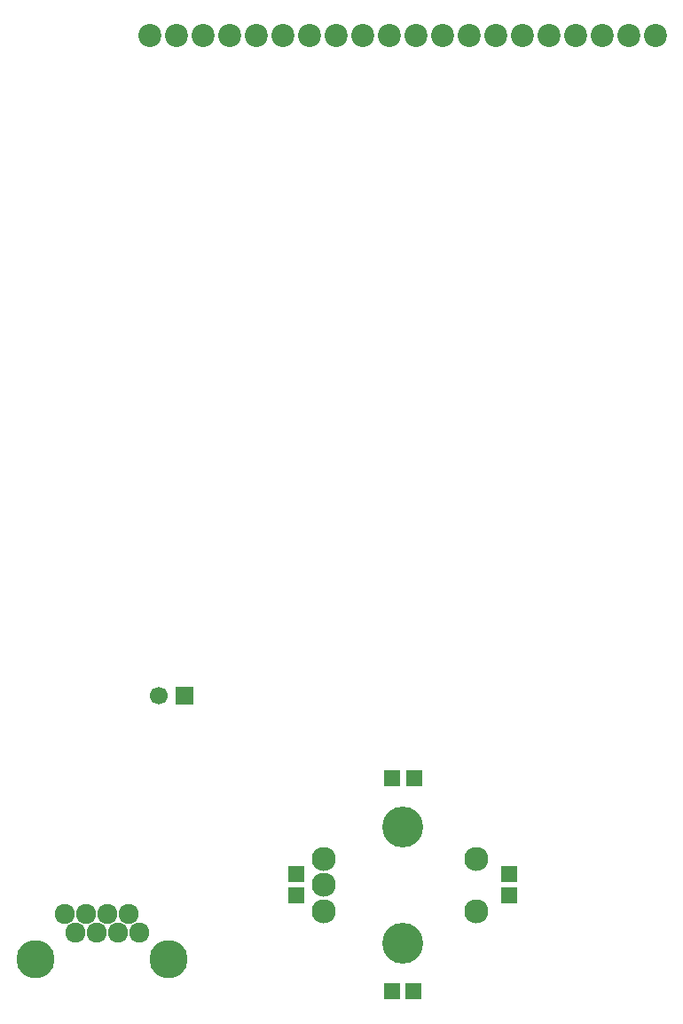
<source format=gbr>
G04 #@! TF.FileFunction,Soldermask,Bot*
%FSLAX46Y46*%
G04 Gerber Fmt 4.6, Leading zero omitted, Abs format (unit mm)*
G04 Created by KiCad (PCBNEW 4.0.2+dfsg1-stable) date Mon 11 Jun 2018 12:13:27 PM EDT*
%MOMM*%
G01*
G04 APERTURE LIST*
%ADD10C,0.100000*%
%ADD11C,1.700000*%
%ADD12R,1.700000X1.700000*%
%ADD13C,2.200000*%
%ADD14R,1.598880X1.598880*%
%ADD15C,2.300000*%
%ADD16C,3.900000*%
%ADD17C,3.651200*%
%ADD18C,1.924000*%
G04 APERTURE END LIST*
D10*
D11*
X74734929Y-116538373D03*
D12*
X77234929Y-116538373D03*
D13*
X122174000Y-53594000D03*
X119634000Y-53594000D03*
X117094000Y-53594000D03*
X114554000Y-53594000D03*
X112014000Y-53594000D03*
X109474000Y-53594000D03*
X106934000Y-53594000D03*
X104394000Y-53594000D03*
X101854000Y-53594000D03*
X99314000Y-53594000D03*
X96774000Y-53594000D03*
X94234000Y-53594000D03*
X91694000Y-53594000D03*
X89154000Y-53594000D03*
X86614000Y-53594000D03*
X84074000Y-53594000D03*
X81534000Y-53594000D03*
X78994000Y-53594000D03*
X76454000Y-53594000D03*
X73914000Y-53594000D03*
D14*
X87884000Y-133570980D03*
X87884000Y-135669020D03*
X96994980Y-144780000D03*
X99093020Y-144780000D03*
X108204000Y-133570980D03*
X108204000Y-135669020D03*
X99126040Y-124460000D03*
X97028000Y-124460000D03*
D15*
X105044000Y-132120000D03*
X105044000Y-137120000D03*
X90544000Y-132120000D03*
X90544000Y-134620000D03*
X90544000Y-137120000D03*
D16*
X98044000Y-140170000D03*
X98044000Y-129070000D03*
D17*
X62992000Y-141732000D03*
X75692000Y-141732000D03*
D18*
X66802000Y-139192000D03*
X68834000Y-139192000D03*
X70866000Y-139192000D03*
X72898000Y-139192000D03*
X65786000Y-137414000D03*
X67818000Y-137414000D03*
X69850000Y-137414000D03*
X71882000Y-137414000D03*
M02*

</source>
